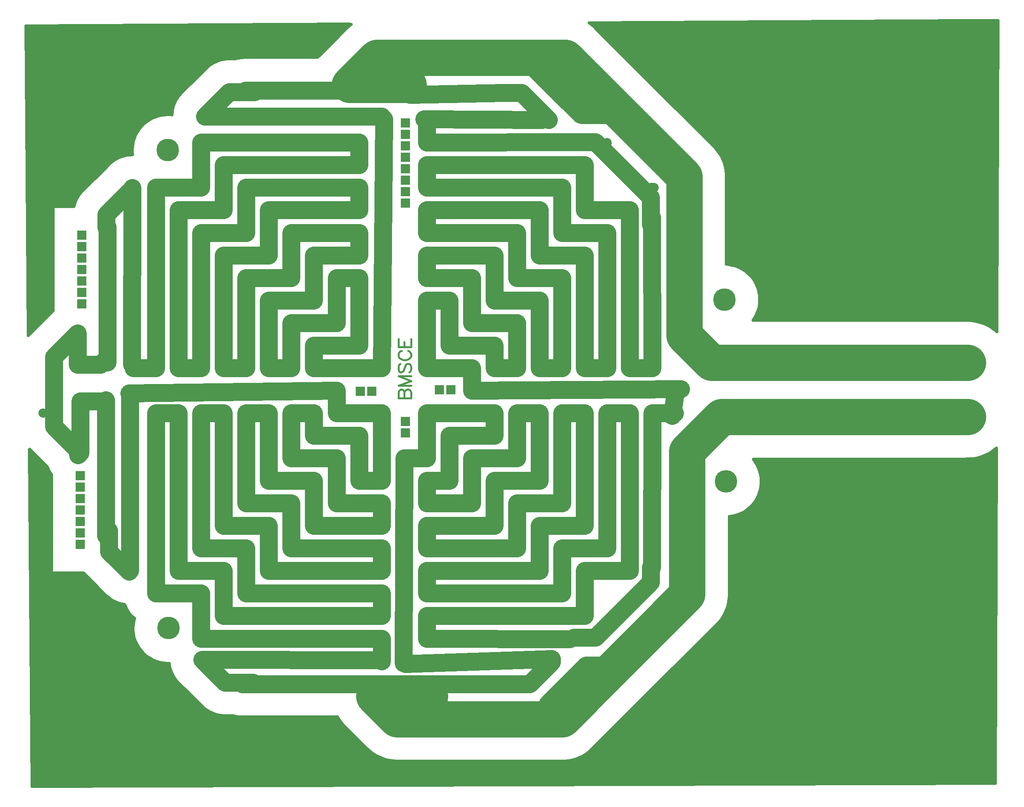
<source format=gbr>
G04 DipTrace 2.4.0.2*
%INnewtoplong.gbr*%
%MOIN*%
%ADD13C,0.0394*%
%ADD14C,0.1575*%
%ADD15C,0.315*%
%ADD16C,0.1969*%
%ADD17C,0.025*%
%ADD18C,0.0787*%
%ADD19R,0.0787X0.0787*%
%ADD20R,0.0591X0.0591*%
%ADD21C,0.0591*%
%ADD34C,0.017*%
%FSLAX44Y44*%
G04*
G70*
G90*
G75*
G01*
%LNTop*%
%LPD*%
X19314Y15126D2*
D13*
X19501D1*
D14*
X21501Y13125D1*
X23939D1*
D13*
X24595Y12469D1*
X24689Y12563D1*
X19751Y62568D2*
D14*
X21876Y64693D1*
X24064D1*
X23939Y64818D1*
X39378Y11938D2*
D15*
X34503D1*
X36503Y9938D1*
X50942D1*
X61818Y20814D1*
Y33315D1*
X64818Y36315D1*
X86321D1*
X37503Y65318D2*
X32377D1*
X34753Y67694D1*
X51192D1*
X61568Y57318D1*
Y43441D1*
X63943Y41066D1*
X86321D1*
X60505Y36440D2*
D14*
X60818Y38566D1*
X53130Y60318D2*
X53817D1*
X58630Y55505D1*
Y53130D1*
X58755Y53255D1*
X51942Y17063D2*
X53817D1*
X58630Y21876D1*
Y23189D1*
X58755Y23314D1*
Y24939D1*
X46066Y13000D2*
X48067D1*
X50004Y14938D1*
X11125Y52880D2*
Y54005D1*
X13125Y56005D1*
X13250D1*
X11375Y26377D2*
Y24564D1*
X13125Y22814D1*
X45879Y64631D2*
X47379D1*
X49754Y62256D1*
X49629Y11250D2*
X53005Y14626D1*
X54505D1*
X48754Y66756D2*
D16*
X52630Y62881D1*
X55067D1*
X11063Y37691D2*
D14*
X8875D1*
Y33190D1*
X8688Y33003D1*
X11063Y41316D2*
X10625Y40878D1*
X8625D1*
Y43629D1*
X6562Y41566D1*
Y35503D1*
X8875Y33190D1*
X53343Y70695D2*
D17*
X88918D1*
X4456Y70447D2*
X32289D1*
X53655D2*
X88918D1*
X4151Y70198D2*
X32031D1*
X53913D2*
X88918D1*
X4155Y69949D2*
X31781D1*
X54163D2*
X88918D1*
X4155Y69701D2*
X31531D1*
X54413D2*
X88914D1*
X4159Y69452D2*
X31285D1*
X54659D2*
X88914D1*
X4159Y69203D2*
X31035D1*
X54909D2*
X88914D1*
X4163Y68955D2*
X30785D1*
X55159D2*
X88914D1*
X4163Y68706D2*
X30539D1*
X55405D2*
X88914D1*
X4167Y68457D2*
X30289D1*
X55655D2*
X88910D1*
X4171Y68208D2*
X30039D1*
X55905D2*
X88910D1*
X4171Y67960D2*
X29793D1*
X56151D2*
X88910D1*
X4175Y67711D2*
X29558D1*
X56401D2*
X88910D1*
X4175Y67462D2*
X21019D1*
X56651D2*
X88906D1*
X4179Y67214D2*
X20437D1*
X56898D2*
X88906D1*
X4179Y66965D2*
X20062D1*
X57148D2*
X88906D1*
X4183Y66716D2*
X19785D1*
X57398D2*
X88906D1*
X4183Y66468D2*
X19539D1*
X57644D2*
X88902D1*
X4187Y66219D2*
X19289D1*
X57894D2*
X88902D1*
X4187Y65970D2*
X19039D1*
X58144D2*
X88902D1*
X4191Y65722D2*
X18793D1*
X58390D2*
X88902D1*
X4191Y65473D2*
X18543D1*
X58640D2*
X88898D1*
X4194Y65224D2*
X18293D1*
X58890D2*
X88898D1*
X4198Y64976D2*
X18047D1*
X59136D2*
X88898D1*
X4198Y64727D2*
X17797D1*
X59386D2*
X88898D1*
X4202Y64478D2*
X17555D1*
X59636D2*
X88894D1*
X4202Y64229D2*
X17359D1*
X59882D2*
X88894D1*
X4206Y63981D2*
X17203D1*
X60132D2*
X88894D1*
X4206Y63732D2*
X17082D1*
X60382D2*
X88894D1*
X4210Y63483D2*
X16984D1*
X60628D2*
X88894D1*
X4210Y63235D2*
X16914D1*
X60878D2*
X88891D1*
X4214Y62986D2*
X16867D1*
X61128D2*
X88891D1*
X4214Y62737D2*
X16840D1*
X61374D2*
X88891D1*
X4218Y62489D2*
X15308D1*
X61624D2*
X88891D1*
X4218Y62240D2*
X14824D1*
X61874D2*
X88887D1*
X4222Y61991D2*
X14484D1*
X62120D2*
X88887D1*
X4226Y61743D2*
X14223D1*
X62370D2*
X88887D1*
X4226Y61494D2*
X14016D1*
X62620D2*
X88887D1*
X4230Y61245D2*
X13844D1*
X62866D2*
X88883D1*
X4230Y60997D2*
X13707D1*
X63116D2*
X88883D1*
X4233Y60748D2*
X13598D1*
X63366D2*
X88883D1*
X4233Y60499D2*
X13512D1*
X63612D2*
X88883D1*
X4237Y60250D2*
X13453D1*
X63862D2*
X88879D1*
X4237Y60002D2*
X13410D1*
X64112D2*
X88879D1*
X4241Y59753D2*
X13391D1*
X64351D2*
X88879D1*
X4241Y59504D2*
X13391D1*
X64550D2*
X88879D1*
X4245Y59256D2*
X13410D1*
X64718D2*
X88875D1*
X4245Y59007D2*
X12312D1*
X64858D2*
X88875D1*
X4249Y58758D2*
X11828D1*
X64976D2*
X88875D1*
X4249Y58510D2*
X11492D1*
X65073D2*
X88875D1*
X4253Y58261D2*
X11238D1*
X65148D2*
X88875D1*
X4257Y58012D2*
X11019D1*
X65206D2*
X88871D1*
X4257Y57764D2*
X10769D1*
X65245D2*
X88871D1*
X4261Y57515D2*
X10523D1*
X65265D2*
X88871D1*
X4261Y57266D2*
X10273D1*
X65273D2*
X88871D1*
X4265Y57018D2*
X10023D1*
X65273D2*
X88867D1*
X4265Y56769D2*
X9777D1*
X65273D2*
X88867D1*
X4269Y56520D2*
X9527D1*
X65273D2*
X88867D1*
X4269Y56271D2*
X9277D1*
X65273D2*
X88867D1*
X4273Y56023D2*
X9031D1*
X65273D2*
X88863D1*
X4273Y55774D2*
X8812D1*
X65273D2*
X88863D1*
X4276Y55525D2*
X8641D1*
X65273D2*
X88863D1*
X4276Y55277D2*
X8504D1*
X65273D2*
X88863D1*
X4280Y55028D2*
X8398D1*
X65273D2*
X88859D1*
X4284Y54779D2*
X8316D1*
X65273D2*
X88859D1*
X4284Y54531D2*
X6476D1*
X65273D2*
X88859D1*
X4288Y54282D2*
X6476D1*
X65273D2*
X88859D1*
X4288Y54033D2*
X6476D1*
X65273D2*
X88855D1*
X4292Y53785D2*
X6476D1*
X65273D2*
X88855D1*
X4292Y53536D2*
X6476D1*
X65273D2*
X88855D1*
X4296Y53287D2*
X6476D1*
X65273D2*
X88855D1*
X4296Y53039D2*
X6476D1*
X65273D2*
X88855D1*
X4300Y52790D2*
X6476D1*
X65273D2*
X88851D1*
X4300Y52541D2*
X6476D1*
X65273D2*
X88851D1*
X4304Y52292D2*
X6476D1*
X65273D2*
X88851D1*
X4304Y52044D2*
X6476D1*
X65273D2*
X88851D1*
X4308Y51795D2*
X6476D1*
X65273D2*
X88848D1*
X4312Y51546D2*
X6476D1*
X65273D2*
X88848D1*
X4312Y51298D2*
X6476D1*
X65273D2*
X88848D1*
X4316Y51049D2*
X6476D1*
X65273D2*
X88848D1*
X4316Y50800D2*
X6476D1*
X65273D2*
X88844D1*
X4319Y50552D2*
X6476D1*
X65273D2*
X88844D1*
X4319Y50303D2*
X6476D1*
X65273D2*
X88844D1*
X4323Y50054D2*
X6476D1*
X65273D2*
X88844D1*
X4323Y49806D2*
X6476D1*
X65273D2*
X88840D1*
X4327Y49557D2*
X6476D1*
X65862D2*
X88840D1*
X4327Y49308D2*
X6476D1*
X66515D2*
X88840D1*
X4331Y49060D2*
X6476D1*
X66913D2*
X88840D1*
X4331Y48811D2*
X6476D1*
X67214D2*
X88836D1*
X4335Y48562D2*
X6476D1*
X67448D2*
X88836D1*
X4335Y48313D2*
X6476D1*
X67640D2*
X88836D1*
X4339Y48065D2*
X6476D1*
X67792D2*
X88836D1*
X4343Y47816D2*
X6476D1*
X67917D2*
X88836D1*
X4343Y47567D2*
X6476D1*
X68015D2*
X88832D1*
X4347Y47319D2*
X6476D1*
X68089D2*
X88832D1*
X4347Y47070D2*
X6476D1*
X68140D2*
X88832D1*
X4351Y46821D2*
X6476D1*
X68171D2*
X88832D1*
X4351Y46573D2*
X6476D1*
X68183D2*
X88828D1*
X4355Y46324D2*
X6476D1*
X68171D2*
X88828D1*
X4355Y46075D2*
X6476D1*
X68144D2*
X88828D1*
X4358Y45827D2*
X6476D1*
X68093D2*
X88828D1*
X4358Y45578D2*
X6461D1*
X68019D2*
X88824D1*
X4362Y45329D2*
X6211D1*
X67921D2*
X88824D1*
X4362Y45081D2*
X5965D1*
X67800D2*
X88824D1*
X4366Y44832D2*
X5715D1*
X67648D2*
X88824D1*
X4370Y44583D2*
X5465D1*
X87421D2*
X88820D1*
X4370Y44334D2*
X5219D1*
X88034D2*
X88820D1*
X4374Y44086D2*
X4969D1*
X88444D2*
X88820D1*
X4374Y43837D2*
X4719D1*
X4378Y43588D2*
X4472D1*
X4464Y33392D2*
X4562D1*
X88577D2*
X88781D1*
X4464Y33144D2*
X4808D1*
X88206D2*
X88777D1*
X4468Y32895D2*
X5058D1*
X87698D2*
X88777D1*
X4468Y32646D2*
X5305D1*
X86601D2*
X88777D1*
X4472Y32397D2*
X5555D1*
X67792D2*
X88777D1*
X4472Y32149D2*
X5805D1*
X67941D2*
X88777D1*
X4476Y31900D2*
X5992D1*
X68058D2*
X88773D1*
X4476Y31651D2*
X6105D1*
X68151D2*
X88773D1*
X4480Y31403D2*
X6254D1*
X68222D2*
X88773D1*
X4480Y31154D2*
X6351D1*
X68273D2*
X88773D1*
X4483Y30905D2*
X6351D1*
X68300D2*
X88769D1*
X4487Y30657D2*
X6351D1*
X68308D2*
X88769D1*
X4487Y30408D2*
X6351D1*
X68292D2*
X88769D1*
X4491Y30159D2*
X6351D1*
X68261D2*
X88769D1*
X4491Y29911D2*
X6351D1*
X68206D2*
X88766D1*
X4495Y29662D2*
X6351D1*
X68128D2*
X88766D1*
X4495Y29413D2*
X6351D1*
X68030D2*
X88766D1*
X4499Y29165D2*
X6351D1*
X67901D2*
X88766D1*
X4499Y28916D2*
X6351D1*
X67745D2*
X88762D1*
X4503Y28667D2*
X6351D1*
X67550D2*
X88762D1*
X4503Y28418D2*
X6351D1*
X67312D2*
X88762D1*
X4507Y28170D2*
X6351D1*
X67003D2*
X88762D1*
X4507Y27921D2*
X6351D1*
X66585D2*
X88758D1*
X4511Y27672D2*
X6351D1*
X65874D2*
X88758D1*
X4515Y27424D2*
X6351D1*
X65523D2*
X88758D1*
X4515Y27175D2*
X6351D1*
X65523D2*
X88758D1*
X4519Y26926D2*
X6351D1*
X65523D2*
X88758D1*
X4519Y26678D2*
X6351D1*
X65523D2*
X88754D1*
X4523Y26429D2*
X6351D1*
X65523D2*
X88754D1*
X4523Y26180D2*
X6351D1*
X65523D2*
X88754D1*
X4526Y25932D2*
X6351D1*
X65523D2*
X88754D1*
X4526Y25683D2*
X6351D1*
X65523D2*
X88750D1*
X4530Y25434D2*
X6351D1*
X65523D2*
X88750D1*
X4530Y25186D2*
X6351D1*
X65523D2*
X88750D1*
X4534Y24937D2*
X6351D1*
X65523D2*
X88750D1*
X4534Y24688D2*
X6351D1*
X65523D2*
X88746D1*
X4538Y24439D2*
X6351D1*
X65523D2*
X88746D1*
X4542Y24191D2*
X6351D1*
X65523D2*
X88746D1*
X4542Y23942D2*
X6351D1*
X65523D2*
X88746D1*
X4546Y23693D2*
X6351D1*
X65523D2*
X88742D1*
X4546Y23445D2*
X6351D1*
X65523D2*
X88742D1*
X4550Y23196D2*
X6351D1*
X65523D2*
X88742D1*
X4550Y22947D2*
X6351D1*
X65523D2*
X88742D1*
X4554Y22699D2*
X6351D1*
X65523D2*
X88738D1*
X4554Y22450D2*
X9375D1*
X65523D2*
X88738D1*
X4558Y22201D2*
X9625D1*
X65523D2*
X88738D1*
X4558Y21953D2*
X9875D1*
X65523D2*
X88738D1*
X4562Y21704D2*
X10121D1*
X65523D2*
X88738D1*
X4562Y21455D2*
X10371D1*
X65523D2*
X88734D1*
X4566Y21207D2*
X10621D1*
X65523D2*
X88734D1*
X4566Y20958D2*
X10867D1*
X65523D2*
X88734D1*
X4569Y20709D2*
X11117D1*
X65519D2*
X88734D1*
X4573Y20460D2*
X11422D1*
X65503D2*
X88730D1*
X4573Y20212D2*
X11840D1*
X65472D2*
X88730D1*
X4577Y19963D2*
X12621D1*
X65421D2*
X88730D1*
X4577Y19714D2*
X12816D1*
X65355D2*
X88730D1*
X4581Y19466D2*
X12945D1*
X65265D2*
X88726D1*
X4581Y19217D2*
X13109D1*
X65155D2*
X88726D1*
X4585Y18968D2*
X13308D1*
X65026D2*
X88726D1*
X4585Y18720D2*
X13566D1*
X64866D2*
X88726D1*
X4589Y18471D2*
X13508D1*
X64679D2*
X88723D1*
X4589Y18222D2*
X13469D1*
X64452D2*
X88723D1*
X4593Y17974D2*
X13453D1*
X64206D2*
X88723D1*
X4593Y17725D2*
X13453D1*
X63956D2*
X88723D1*
X4597Y17476D2*
X13476D1*
X63706D2*
X88719D1*
X4601Y17228D2*
X13519D1*
X63460D2*
X88719D1*
X4601Y16979D2*
X13586D1*
X63210D2*
X88719D1*
X4605Y16730D2*
X13672D1*
X62960D2*
X88719D1*
X4605Y16481D2*
X13785D1*
X62714D2*
X88719D1*
X4608Y16233D2*
X13926D1*
X62464D2*
X88715D1*
X4608Y15984D2*
X14098D1*
X62214D2*
X88715D1*
X4612Y15735D2*
X14312D1*
X61968D2*
X88715D1*
X4612Y15487D2*
X14582D1*
X61718D2*
X88715D1*
X4616Y15238D2*
X14933D1*
X61468D2*
X88711D1*
X4616Y14989D2*
X15441D1*
X61222D2*
X88711D1*
X4620Y14741D2*
X16609D1*
X60972D2*
X88711D1*
X4620Y14492D2*
X16656D1*
X60722D2*
X88711D1*
X4624Y14243D2*
X16723D1*
X60476D2*
X88707D1*
X4628Y13995D2*
X16816D1*
X60226D2*
X88707D1*
X4628Y13746D2*
X16937D1*
X59976D2*
X88707D1*
X4632Y13497D2*
X17086D1*
X59730D2*
X88707D1*
X4632Y13249D2*
X17277D1*
X59480D2*
X88703D1*
X4636Y13000D2*
X17516D1*
X59230D2*
X88703D1*
X4636Y12751D2*
X17762D1*
X58983D2*
X88703D1*
X4640Y12502D2*
X18012D1*
X58733D2*
X88703D1*
X4640Y12254D2*
X18262D1*
X58483D2*
X88699D1*
X4644Y12005D2*
X18508D1*
X58237D2*
X88699D1*
X4644Y11756D2*
X18758D1*
X57987D2*
X88699D1*
X4648Y11508D2*
X19008D1*
X57737D2*
X88699D1*
X4648Y11259D2*
X19254D1*
X57491D2*
X88699D1*
X4651Y11010D2*
X19508D1*
X57241D2*
X88695D1*
X4651Y10762D2*
X19812D1*
X56991D2*
X88695D1*
X4655Y10513D2*
X20238D1*
X56745D2*
X88695D1*
X4659Y10264D2*
X21062D1*
X56495D2*
X88695D1*
X4659Y10016D2*
X31344D1*
X56245D2*
X88691D1*
X4663Y9767D2*
X31508D1*
X55999D2*
X88691D1*
X4663Y9518D2*
X31707D1*
X55749D2*
X88691D1*
X4667Y9270D2*
X31945D1*
X55499D2*
X88691D1*
X4667Y9021D2*
X32191D1*
X55253D2*
X88687D1*
X4671Y8772D2*
X32441D1*
X55003D2*
X88687D1*
X4671Y8523D2*
X32691D1*
X54753D2*
X88687D1*
X4675Y8275D2*
X32937D1*
X54507D2*
X88687D1*
X4675Y8026D2*
X33187D1*
X54257D2*
X88683D1*
X4679Y7777D2*
X33437D1*
X54007D2*
X88683D1*
X4679Y7529D2*
X33683D1*
X53761D2*
X88683D1*
X4683Y7280D2*
X33933D1*
X53511D2*
X88683D1*
X4687Y7031D2*
X34223D1*
X53222D2*
X88683D1*
X4687Y6783D2*
X34586D1*
X52858D2*
X88680D1*
X4691Y6534D2*
X35082D1*
X52362D2*
X88680D1*
X4691Y6285D2*
X36043D1*
X51401D2*
X88680D1*
X4694Y6037D2*
X88680D1*
X4694Y5788D2*
X88676D1*
X4698Y5539D2*
X88676D1*
X4698Y5291D2*
X88676D1*
X4702Y5042D2*
X88676D1*
X4702Y4793D2*
X88672D1*
X4706Y4544D2*
X88672D1*
X4706Y4296D2*
X83312D1*
X13442Y59209D2*
X13420Y59430D1*
X13413Y59680D1*
X13428Y59929D1*
X13462Y60177D1*
X13516Y60421D1*
X13590Y60660D1*
X13683Y60892D1*
X13794Y61116D1*
X13923Y61330D1*
X14069Y61533D1*
X14230Y61723D1*
X14407Y61900D1*
X14598Y62062D1*
X14800Y62208D1*
X15014Y62337D1*
X15238Y62448D1*
X15470Y62541D1*
X15709Y62615D1*
X15953Y62669D1*
X16201Y62703D1*
X16450Y62718D1*
X16700Y62712D1*
X16859Y62697D1*
X16893Y63005D1*
X16942Y63250D1*
X17011Y63490D1*
X17101Y63723D1*
X17211Y63948D1*
X17339Y64162D1*
X17486Y64365D1*
X17707Y64612D1*
X19922Y66824D1*
X20114Y66985D1*
X20318Y67128D1*
X20534Y67254D1*
X20761Y67360D1*
X20995Y67447D1*
X21236Y67513D1*
X21482Y67557D1*
X21731Y67581D1*
X22412Y67584D1*
X22679Y67653D1*
X22926Y67692D1*
X23257Y67711D1*
X29581D1*
X29865Y68008D1*
X32242Y70382D1*
X32398Y70519D1*
X32504Y70605D1*
X32323Y70610D1*
X4124Y70445D1*
X4197Y61945D1*
X4353Y43434D1*
X4606Y43699D1*
X6504Y45596D1*
X6503Y49689D1*
Y54689D1*
X8319D1*
X8366Y54866D1*
X8451Y55102D1*
X8555Y55329D1*
X8679Y55546D1*
X8821Y55751D1*
X8981Y55944D1*
X9611Y56579D1*
X11103Y58070D1*
X11263Y58263D1*
X11439Y58440D1*
X11630Y58602D1*
X11833Y58747D1*
X12049Y58874D1*
X12274Y58981D1*
X12508Y59069D1*
X12749Y59136D1*
X12995Y59182D1*
X13243Y59207D1*
X13443Y59210D1*
X16628Y14789D2*
X16414Y14792D1*
X16165Y14814D1*
X15918Y14856D1*
X15676Y14918D1*
X15440Y15000D1*
X15211Y15100D1*
X14991Y15219D1*
X14781Y15354D1*
X14583Y15507D1*
X14398Y15675D1*
X14227Y15857D1*
X14071Y16053D1*
X13932Y16260D1*
X13810Y16478D1*
X13706Y16706D1*
X13621Y16940D1*
X13555Y17181D1*
X13508Y17427D1*
X13482Y17676D1*
X13476Y17925D1*
X13490Y18175D1*
X13524Y18423D1*
X13593Y18715D1*
X13386Y18913D1*
X13221Y19101D1*
X13073Y19302D1*
X12943Y19515D1*
X12832Y19739D1*
X12768Y19897D1*
X12689Y19956D1*
X12443Y20005D1*
X12203Y20074D1*
X11970Y20164D1*
X11746Y20274D1*
X11531Y20402D1*
X11329Y20549D1*
X11081Y20770D1*
X9200Y22660D1*
X9122Y22692D1*
X6378D1*
X6382Y27686D1*
X6378Y27942D1*
X6382Y28686D1*
X6378Y28942D1*
Y31266D1*
X6275Y31410D1*
X6146Y31624D1*
X6037Y31849D1*
X5977Y31998D1*
X4471Y33507D1*
X4437Y33446D1*
X4687Y4062D1*
X88696Y4313D1*
X88806Y33605D1*
X88578Y33411D1*
X88376Y33265D1*
X88164Y33132D1*
X87944Y33014D1*
X87716Y32912D1*
X87481Y32825D1*
X87241Y32754D1*
X86998Y32700D1*
X86750Y32662D1*
X86501Y32642D1*
X85821Y32637D1*
X67590D1*
X67784Y32369D1*
X67912Y32154D1*
X68021Y31930D1*
X68112Y31697D1*
X68184Y31458D1*
X68237Y31213D1*
X68269Y30965D1*
X68281Y30690D1*
X68271Y30440D1*
X68241Y30192D1*
X68191Y29947D1*
X68121Y29707D1*
X68032Y29474D1*
X67924Y29248D1*
X67798Y29032D1*
X67656Y28827D1*
X67497Y28634D1*
X67323Y28454D1*
X67135Y28289D1*
X66935Y28140D1*
X66723Y28008D1*
X66501Y27893D1*
X66271Y27796D1*
X66033Y27718D1*
X65790Y27660D1*
X65500Y27618D1*
X65496Y27065D1*
X65494Y20689D1*
X65477Y20439D1*
X65443Y20192D1*
X65393Y19947D1*
X65326Y19706D1*
X65242Y19471D1*
X65143Y19241D1*
X65029Y19019D1*
X64899Y18805D1*
X64756Y18600D1*
X64599Y18406D1*
X64331Y18124D1*
X53453Y7250D1*
X53265Y7085D1*
X53066Y6934D1*
X52857Y6797D1*
X52639Y6674D1*
X52413Y6567D1*
X52181Y6474D1*
X51943Y6398D1*
X51700Y6338D1*
X51454Y6295D1*
X51206Y6269D1*
X50817Y6259D1*
X36378Y6261D1*
X36129Y6278D1*
X35881Y6312D1*
X35636Y6363D1*
X35395Y6430D1*
X35160Y6513D1*
X34930Y6612D1*
X34708Y6727D1*
X34494Y6856D1*
X34290Y7000D1*
X34095Y7157D1*
X33814Y7425D1*
X31815Y9427D1*
X31651Y9615D1*
X31499Y9814D1*
X31306Y10111D1*
X22882Y10114D1*
X22633Y10136D1*
X22387Y10179D1*
X22172Y10235D1*
X21376Y10237D1*
X21127Y10259D1*
X20881Y10302D1*
X20640Y10366D1*
X20405Y10451D1*
X20178Y10555D1*
X19961Y10679D1*
X19755Y10822D1*
X19563Y10981D1*
X18927Y11612D1*
X17371Y13172D1*
X17210Y13363D1*
X17066Y13568D1*
X16941Y13784D1*
X16834Y14010D1*
X16748Y14244D1*
X16682Y14486D1*
X16639Y14720D1*
X68154Y46442D2*
X68133Y46192D1*
X68093Y45946D1*
X68033Y45703D1*
X67953Y45466D1*
X67855Y45236D1*
X67738Y45015D1*
X67561Y44745D1*
X86446Y44742D1*
X86695Y44725D1*
X86943Y44691D1*
X87187Y44641D1*
X87428Y44574D1*
X87664Y44490D1*
X87893Y44391D1*
X88116Y44277D1*
X88329Y44147D1*
X88534Y44004D1*
X88728Y43847D1*
X88841Y43744D1*
X88849Y45187D1*
X88945Y70941D1*
X86447Y70929D1*
X53270Y70729D1*
X53471Y70581D1*
X53662Y70419D1*
X54146Y69941D1*
X64256Y59829D1*
X64420Y59640D1*
X64571Y59441D1*
X64709Y59232D1*
X64831Y59015D1*
X64939Y58789D1*
X65031Y58557D1*
X65108Y58319D1*
X65167Y58076D1*
X65211Y57830D1*
X65237Y57581D1*
X65246Y57193D1*
Y49650D1*
X65516Y49622D1*
X65762Y49575D1*
X66003Y49509D1*
X66238Y49424D1*
X66465Y49320D1*
X66683Y49198D1*
X66891Y49059D1*
X67086Y48904D1*
X67269Y48733D1*
X67437Y48548D1*
X67589Y48350D1*
X67725Y48140D1*
X67844Y47920D1*
X67944Y47691D1*
X68026Y47455D1*
X68088Y47213D1*
X68130Y46966D1*
X68152Y46717D1*
X68154Y46442D1*
D16*
X16501Y59630D3*
X16563Y17876D3*
X65193Y30690D3*
X65068Y46566D3*
D19*
X37253Y55005D3*
Y56005D3*
Y57005D3*
Y58005D3*
Y59005D3*
Y60005D3*
Y61005D3*
Y62005D3*
X9000Y46191D3*
Y47191D3*
Y48191D3*
Y49191D3*
Y50191D3*
Y51191D3*
Y52191D3*
X8875Y25189D3*
Y26189D3*
Y27189D3*
Y28189D3*
Y29189D3*
Y30189D3*
Y31189D3*
D20*
Y25189D3*
D21*
Y26189D3*
Y27189D3*
Y28189D3*
Y29189D3*
Y30189D3*
Y31189D3*
D19*
X33315Y38566D3*
X34315D3*
X40191Y38691D3*
X41191D3*
X37253Y34940D3*
Y35940D3*
Y14751D2*
D14*
X50004Y15188D1*
X19501Y15126D2*
X34909Y15099D1*
X23007Y13002D2*
X34818D1*
X34446D2*
X46257D1*
X19751Y62568D2*
X35159Y62542D1*
X38878Y62318D2*
X49129Y62256D1*
X37633Y64445D2*
X45879Y64631D1*
X23257Y64820D2*
X35068D1*
X13493Y40597D2*
D18*
G02X13493Y40597I13J0D01*
G01*
X15474D2*
D14*
X13506D1*
X13493D2*
D18*
G02X13493Y40597I13J0D01*
G01*
X15461D2*
G02X15461Y40597I13J0D01*
G01*
X15474Y56345D2*
D14*
Y40597D1*
X15461D2*
D18*
G02X15461Y40597I13J0D01*
G01*
Y56345D2*
G02X15461Y56345I13J0D01*
G01*
X19411D2*
D14*
X15474D1*
X15461D2*
D18*
G02X15461Y56345I13J0D01*
G01*
X19398D2*
G02X19398Y56345I13J0D01*
G01*
X19411Y60282D2*
D14*
Y56345D1*
X19398D2*
D18*
G02X19398Y56345I13J0D01*
G01*
Y60282D2*
G02X19398Y60282I13J0D01*
G01*
X33191D2*
D14*
X19411D1*
X19398D2*
D18*
G02X19398Y60282I13J0D01*
G01*
X33178D2*
G02X33178Y60282I13J0D01*
G01*
X33191Y58313D2*
D14*
Y60282D1*
X33178D2*
D18*
G02X33178Y60282I13J0D01*
G01*
Y58313D2*
G02X33178Y58313I13J0D01*
G01*
X21380D2*
D14*
X33191D1*
X33178D2*
D18*
G02X33178Y58313I13J0D01*
G01*
X21367D2*
G02X21367Y58313I13J0D01*
G01*
X21380Y54376D2*
D14*
Y58313D1*
X21367D2*
D18*
G02X21367Y58313I13J0D01*
G01*
Y54376D2*
G02X21367Y54376I13J0D01*
G01*
X17443D2*
D14*
X21380D1*
X21367D2*
D18*
G02X21367Y54376I13J0D01*
G01*
X17430D2*
G02X17430Y54376I13J0D01*
G01*
X17443Y40597D2*
D14*
Y54376D1*
X17430D2*
D18*
G02X17430Y54376I13J0D01*
G01*
Y40597D2*
G02X17430Y40597I13J0D01*
G01*
X19411D2*
D14*
X17443D1*
X17430D2*
D18*
G02X17430Y40597I13J0D01*
G01*
X19398D2*
G02X19398Y40597I13J0D01*
G01*
X19411Y52408D2*
D14*
Y40597D1*
X19398D2*
D18*
G02X19398Y40597I13J0D01*
G01*
Y52408D2*
G02X19398Y52408I13J0D01*
G01*
X23348D2*
D14*
X19411D1*
X19398D2*
D18*
G02X19398Y52408I13J0D01*
G01*
X23335D2*
G02X23335Y52408I13J0D01*
G01*
X23348Y56345D2*
D14*
Y52408D1*
X23335D2*
D18*
G02X23335Y52408I13J0D01*
G01*
Y56345D2*
G02X23335Y56345I13J0D01*
G01*
X33191D2*
D14*
X23348D1*
X23335D2*
D18*
G02X23335Y56345I13J0D01*
G01*
X33178D2*
G02X33178Y56345I13J0D01*
G01*
X33191Y54376D2*
D14*
Y56345D1*
X33178D2*
D18*
G02X33178Y56345I13J0D01*
G01*
Y54376D2*
G02X33178Y54376I13J0D01*
G01*
X25317D2*
D14*
X33191D1*
X33178D2*
D18*
G02X33178Y54376I13J0D01*
G01*
X25304D2*
G02X25304Y54376I13J0D01*
G01*
X25317Y50439D2*
D14*
Y54376D1*
X25304D2*
D18*
G02X25304Y54376I13J0D01*
G01*
Y50439D2*
G02X25304Y50439I13J0D01*
G01*
X21380D2*
D14*
X25317D1*
X25304D2*
D18*
G02X25304Y50439I13J0D01*
G01*
X21367D2*
G02X21367Y50439I13J0D01*
G01*
X21380Y40597D2*
D14*
Y50439D1*
X21367D2*
D18*
G02X21367Y50439I13J0D01*
G01*
Y40597D2*
G02X21367Y40597I13J0D01*
G01*
X23348D2*
D14*
X21380D1*
X21367D2*
D18*
G02X21367Y40597I13J0D01*
G01*
X23335D2*
G02X23335Y40597I13J0D01*
G01*
X23348Y48471D2*
D14*
Y40597D1*
X23335D2*
D18*
G02X23335Y40597I13J0D01*
G01*
Y48471D2*
G02X23335Y48471I13J0D01*
G01*
X27285D2*
D14*
X23348D1*
X23335D2*
D18*
G02X23335Y48471I13J0D01*
G01*
X27272D2*
G02X27272Y48471I13J0D01*
G01*
X27285Y52408D2*
D14*
Y48471D1*
X27272D2*
D18*
G02X27272Y48471I13J0D01*
G01*
Y52408D2*
G02X27272Y52408I13J0D01*
G01*
X33191D2*
D14*
X27285D1*
X27272D2*
D18*
G02X27272Y52408I13J0D01*
G01*
X33178D2*
G02X33178Y52408I13J0D01*
G01*
X33191Y50439D2*
D14*
Y52408D1*
X33178D2*
D18*
G02X33178Y52408I13J0D01*
G01*
Y50439D2*
G02X33178Y50439I13J0D01*
G01*
X29254D2*
D14*
X33191D1*
X33178D2*
D18*
G02X33178Y50439I13J0D01*
G01*
X29241D2*
G02X29241Y50439I13J0D01*
G01*
X29254Y46502D2*
D14*
Y50439D1*
X29241D2*
D18*
G02X29241Y50439I13J0D01*
G01*
Y46502D2*
G02X29241Y46502I13J0D01*
G01*
X25317D2*
D14*
X29254D1*
X29241D2*
D18*
G02X29241Y46502I13J0D01*
G01*
X25304D2*
G02X25304Y46502I13J0D01*
G01*
X25317Y40597D2*
D14*
Y46502D1*
X25304D2*
D18*
G02X25304Y46502I13J0D01*
G01*
Y40597D2*
G02X25304Y40597I13J0D01*
G01*
X27285D2*
D14*
X25317D1*
X25304D2*
D18*
G02X25304Y40597I13J0D01*
G01*
X27272D2*
G02X27272Y40597I13J0D01*
G01*
X27285Y44534D2*
D14*
Y40597D1*
X27272D2*
D18*
G02X27272Y40597I13J0D01*
G01*
Y44534D2*
G02X27272Y44534I13J0D01*
G01*
X31222D2*
D14*
X27285D1*
X27272D2*
D18*
G02X27272Y44534I13J0D01*
G01*
X31209D2*
G02X31209Y44534I13J0D01*
G01*
X31222Y48471D2*
D14*
Y44534D1*
X31209D2*
D18*
G02X31209Y44534I13J0D01*
G01*
Y48471D2*
G02X31209Y48471I13J0D01*
G01*
X33191D2*
D14*
X31222D1*
X31209D2*
D18*
G02X31209Y48471I13J0D01*
G01*
X33178D2*
G02X33178Y48471I13J0D01*
G01*
X33191Y42565D2*
D14*
Y48471D1*
X33178D2*
D18*
G02X33178Y48471I13J0D01*
G01*
Y42565D2*
G02X33178Y42565I13J0D01*
G01*
X29254D2*
D14*
X33191D1*
X33178D2*
D18*
G02X33178Y42565I13J0D01*
G01*
X29241D2*
G02X29241Y42565I13J0D01*
G01*
X29254Y40597D2*
D14*
Y42565D1*
X29241D2*
D18*
G02X29241Y42565I13J0D01*
G01*
Y40597D2*
G02X29241Y40597I13J0D01*
G01*
X35159D2*
D14*
X29254D1*
X29241D2*
D18*
G02X29241Y40597I13J0D01*
G01*
X35146D2*
G02X35146Y40597I13J0D01*
G01*
X35159D2*
D14*
X35378Y62318D1*
X35146Y40597D2*
D18*
G02X35146Y40597I13J0D01*
G01*
X5619Y36660D2*
G02X5619Y36660I13J0D01*
G01*
G02X5619Y36660I13J0D01*
G01*
X35146Y15006D2*
G02X35146Y15006I13J0D01*
G01*
X35159Y16975D2*
D14*
Y15006D1*
X35146D2*
D18*
G02X35146Y15006I13J0D01*
G01*
Y16975D2*
G02X35146Y16975I13J0D01*
G01*
X19411D2*
D14*
X35159D1*
X35146D2*
D18*
G02X35146Y16975I13J0D01*
G01*
X19398D2*
G02X19398Y16975I13J0D01*
G01*
X19411Y20912D2*
D14*
Y16975D1*
X19398D2*
D18*
G02X19398Y16975I13J0D01*
G01*
Y20912D2*
G02X19398Y20912I13J0D01*
G01*
X15474D2*
D14*
X19411D1*
X19398D2*
D18*
G02X19398Y20912I13J0D01*
G01*
X15461D2*
G02X15461Y20912I13J0D01*
G01*
X15474Y36660D2*
D14*
Y20912D1*
X15461D2*
D18*
G02X15461Y20912I13J0D01*
G01*
Y36660D2*
G02X15461Y36660I13J0D01*
G01*
X17443D2*
D14*
X15474D1*
X15461D2*
D18*
G02X15461Y36660I13J0D01*
G01*
X17430D2*
G02X17430Y36660I13J0D01*
G01*
X17443Y22880D2*
D14*
Y36660D1*
X17430D2*
D18*
G02X17430Y36660I13J0D01*
G01*
Y22880D2*
G02X17430Y22880I13J0D01*
G01*
X21380D2*
D14*
X17443D1*
X17430D2*
D18*
G02X17430Y22880I13J0D01*
G01*
X21367D2*
G02X21367Y22880I13J0D01*
G01*
X21380Y18943D2*
D14*
Y22880D1*
X21367D2*
D18*
G02X21367Y22880I13J0D01*
G01*
Y18943D2*
G02X21367Y18943I13J0D01*
G01*
X35159D2*
D14*
X21380D1*
X21367D2*
D18*
G02X21367Y18943I13J0D01*
G01*
X35146D2*
G02X35146Y18943I13J0D01*
G01*
X35159Y20912D2*
D14*
Y18943D1*
X35146D2*
D18*
G02X35146Y18943I13J0D01*
G01*
Y20912D2*
G02X35146Y20912I13J0D01*
G01*
X23348D2*
D14*
X35159D1*
X35146D2*
D18*
G02X35146Y20912I13J0D01*
G01*
X23335D2*
G02X23335Y20912I13J0D01*
G01*
X23348Y24849D2*
D14*
Y20912D1*
X23335D2*
D18*
G02X23335Y20912I13J0D01*
G01*
Y24849D2*
G02X23335Y24849I13J0D01*
G01*
X19411D2*
D14*
X23348D1*
X23335D2*
D18*
G02X23335Y24849I13J0D01*
G01*
X19398D2*
G02X19398Y24849I13J0D01*
G01*
X19411Y36660D2*
D14*
Y24849D1*
X19398D2*
D18*
G02X19398Y24849I13J0D01*
G01*
Y36660D2*
G02X19398Y36660I13J0D01*
G01*
X21380D2*
D14*
X19411D1*
X19398D2*
D18*
G02X19398Y36660I13J0D01*
G01*
X21367D2*
G02X21367Y36660I13J0D01*
G01*
X21380Y26817D2*
D14*
Y36660D1*
X21367D2*
D18*
G02X21367Y36660I13J0D01*
G01*
Y26817D2*
G02X21367Y26817I13J0D01*
G01*
X25317D2*
D14*
X21380D1*
X21367D2*
D18*
G02X21367Y26817I13J0D01*
G01*
X25304D2*
G02X25304Y26817I13J0D01*
G01*
X25317Y22880D2*
D14*
Y26817D1*
X25304D2*
D18*
G02X25304Y26817I13J0D01*
G01*
Y22880D2*
G02X25304Y22880I13J0D01*
G01*
X35159D2*
D14*
X25317D1*
X25304D2*
D18*
G02X25304Y22880I13J0D01*
G01*
X35146D2*
G02X35146Y22880I13J0D01*
G01*
X35159Y24849D2*
D14*
Y22880D1*
X35146D2*
D18*
G02X35146Y22880I13J0D01*
G01*
Y24849D2*
G02X35146Y24849I13J0D01*
G01*
X27285D2*
D14*
X35159D1*
X35146D2*
D18*
G02X35146Y24849I13J0D01*
G01*
X27272D2*
G02X27272Y24849I13J0D01*
G01*
X27285Y28786D2*
D14*
Y24849D1*
X27272D2*
D18*
G02X27272Y24849I13J0D01*
G01*
Y28786D2*
G02X27272Y28786I13J0D01*
G01*
X23348D2*
D14*
X27285D1*
X27272D2*
D18*
G02X27272Y28786I13J0D01*
G01*
X23335D2*
G02X23335Y28786I13J0D01*
G01*
X23348Y36660D2*
D14*
Y28786D1*
X23335D2*
D18*
G02X23335Y28786I13J0D01*
G01*
Y36660D2*
G02X23335Y36660I13J0D01*
G01*
X25317D2*
D14*
X23348D1*
X23335D2*
D18*
G02X23335Y36660I13J0D01*
G01*
X25304D2*
G02X25304Y36660I13J0D01*
G01*
X25317Y30754D2*
D14*
Y36660D1*
X25304D2*
D18*
G02X25304Y36660I13J0D01*
G01*
Y30754D2*
G02X25304Y30754I13J0D01*
G01*
X29254D2*
D14*
X25317D1*
X25304D2*
D18*
G02X25304Y30754I13J0D01*
G01*
X29241D2*
G02X29241Y30754I13J0D01*
G01*
X29254Y26817D2*
D14*
Y30754D1*
X29241D2*
D18*
G02X29241Y30754I13J0D01*
G01*
Y26817D2*
G02X29241Y26817I13J0D01*
G01*
X35159D2*
D14*
X29254D1*
X29241D2*
D18*
G02X29241Y26817I13J0D01*
G01*
X35146D2*
G02X35146Y26817I13J0D01*
G01*
X35159Y28786D2*
D14*
Y26817D1*
X35146D2*
D18*
G02X35146Y26817I13J0D01*
G01*
Y28786D2*
G02X35146Y28786I13J0D01*
G01*
X31222D2*
D14*
X35159D1*
X35146D2*
D18*
G02X35146Y28786I13J0D01*
G01*
X31209D2*
G02X31209Y28786I13J0D01*
G01*
X31222Y32723D2*
D14*
Y28786D1*
X31209D2*
D18*
G02X31209Y28786I13J0D01*
G01*
Y32723D2*
G02X31209Y32723I13J0D01*
G01*
X27285D2*
D14*
X31222D1*
X31209D2*
D18*
G02X31209Y32723I13J0D01*
G01*
X27272D2*
G02X27272Y32723I13J0D01*
G01*
X27285Y36660D2*
D14*
Y32723D1*
X27272D2*
D18*
G02X27272Y32723I13J0D01*
G01*
Y36660D2*
G02X27272Y36660I13J0D01*
G01*
X29254D2*
D14*
X27285D1*
X27272D2*
D18*
G02X27272Y36660I13J0D01*
G01*
X29241D2*
G02X29241Y36660I13J0D01*
G01*
X29254Y34691D2*
D14*
Y36660D1*
X29241D2*
D18*
G02X29241Y36660I13J0D01*
G01*
Y34691D2*
G02X29241Y34691I13J0D01*
G01*
X33191D2*
D14*
X29254D1*
X29241D2*
D18*
G02X29241Y34691I13J0D01*
G01*
X33178D2*
G02X33178Y34691I13J0D01*
G01*
X33191Y30754D2*
D14*
Y34691D1*
X33178D2*
D18*
G02X33178Y34691I13J0D01*
G01*
Y30754D2*
G02X33178Y30754I13J0D01*
G01*
X35159D2*
D14*
X33191D1*
X33178D2*
D18*
G02X33178Y30754I13J0D01*
G01*
X35146D2*
G02X35146Y30754I13J0D01*
G01*
X35159Y36660D2*
D14*
Y30754D1*
X35146D2*
D18*
G02X35146Y30754I13J0D01*
G01*
Y36660D2*
G02X35146Y36660I13J0D01*
G01*
X31222D2*
D14*
X35159D1*
X35146D2*
D18*
G02X35146Y36660I13J0D01*
G01*
X31209D2*
G02X31209Y36660I13J0D01*
G01*
X31222Y38628D2*
D14*
Y36660D1*
X31209D2*
D18*
G02X31209Y36660I13J0D01*
G01*
Y38628D2*
G02X31209Y38628I13J0D01*
G01*
X13125Y38378D2*
D14*
X31222Y38628D1*
X31209D2*
D18*
G02X31209Y38628I13J0D01*
G01*
X60737Y36660D2*
G02X60737Y36660I13J0D01*
G01*
X58782D2*
D14*
X60750D1*
X60737D2*
D18*
G02X60737Y36660I13J0D01*
G01*
X58768D2*
G02X58768Y36660I13J0D01*
G01*
X58755Y23189D2*
D14*
X58782Y36660D1*
X58768D2*
D18*
G02X58768Y36660I13J0D01*
G01*
X13378Y40912D2*
D14*
X13404Y56320D1*
X13191Y22910D2*
X13217Y38318D1*
X11223Y41100D2*
Y52911D1*
X39096Y16975D2*
X51567Y16938D1*
X39083Y16975D2*
D18*
G02X39083Y16975I13J0D01*
G01*
X39096Y18943D2*
D14*
Y16975D1*
X39083D2*
D18*
G02X39083Y16975I13J0D01*
G01*
Y18943D2*
G02X39083Y18943I13J0D01*
G01*
X52876D2*
D14*
X39096D1*
X39083D2*
D18*
G02X39083Y18943I13J0D01*
G01*
X52863D2*
G02X52863Y18943I13J0D01*
G01*
X52876Y22880D2*
D14*
Y18943D1*
X52863D2*
D18*
G02X52863Y18943I13J0D01*
G01*
Y22880D2*
G02X52863Y22880I13J0D01*
G01*
X56813D2*
D14*
X52876D1*
X52863D2*
D18*
G02X52863Y22880I13J0D01*
G01*
X56800D2*
G02X56800Y22880I13J0D01*
G01*
X56813Y36660D2*
D14*
Y22880D1*
X56800D2*
D18*
G02X56800Y22880I13J0D01*
G01*
Y36660D2*
G02X56800Y36660I13J0D01*
G01*
X54845D2*
D14*
X56813D1*
X56800D2*
D18*
G02X56800Y36660I13J0D01*
G01*
X54831D2*
G02X54831Y36660I13J0D01*
G01*
X54845Y24849D2*
D14*
Y36660D1*
X54831D2*
D18*
G02X54831Y36660I13J0D01*
G01*
Y24849D2*
G02X54831Y24849I13J0D01*
G01*
X50908D2*
D14*
X54845D1*
X54831D2*
D18*
G02X54831Y24849I13J0D01*
G01*
X50894D2*
G02X50894Y24849I13J0D01*
G01*
X50908Y20912D2*
D14*
Y24849D1*
X50894D2*
D18*
G02X50894Y24849I13J0D01*
G01*
Y20912D2*
G02X50894Y20912I13J0D01*
G01*
X39096D2*
D14*
X50908D1*
X50894D2*
D18*
G02X50894Y20912I13J0D01*
G01*
X39083D2*
G02X39083Y20912I13J0D01*
G01*
X39096Y22880D2*
D14*
Y20912D1*
X39083D2*
D18*
G02X39083Y20912I13J0D01*
G01*
Y22880D2*
G02X39083Y22880I13J0D01*
G01*
X48939D2*
D14*
X39096D1*
X39083D2*
D18*
G02X39083Y22880I13J0D01*
G01*
X48926D2*
G02X48926Y22880I13J0D01*
G01*
X48939Y26817D2*
D14*
Y22880D1*
X48926D2*
D18*
G02X48926Y22880I13J0D01*
G01*
Y26817D2*
G02X48926Y26817I13J0D01*
G01*
X52876D2*
D14*
X48939D1*
X48926D2*
D18*
G02X48926Y26817I13J0D01*
G01*
X52863D2*
G02X52863Y26817I13J0D01*
G01*
X52876Y36660D2*
D14*
Y26817D1*
X52863D2*
D18*
G02X52863Y26817I13J0D01*
G01*
Y36660D2*
G02X52863Y36660I13J0D01*
G01*
X50908D2*
D14*
X52876D1*
X52863D2*
D18*
G02X52863Y36660I13J0D01*
G01*
X50894D2*
G02X50894Y36660I13J0D01*
G01*
X50908Y28786D2*
D14*
Y36660D1*
X50894D2*
D18*
G02X50894Y36660I13J0D01*
G01*
Y28786D2*
G02X50894Y28786I13J0D01*
G01*
X46971D2*
D14*
X50908D1*
X50894D2*
D18*
G02X50894Y28786I13J0D01*
G01*
X46957D2*
G02X46957Y28786I13J0D01*
G01*
X46971Y24849D2*
D14*
Y28786D1*
X46957D2*
D18*
G02X46957Y28786I13J0D01*
G01*
Y24849D2*
G02X46957Y24849I13J0D01*
G01*
X39096D2*
D14*
X46971D1*
X46957D2*
D18*
G02X46957Y24849I13J0D01*
G01*
X39083D2*
G02X39083Y24849I13J0D01*
G01*
X39096Y26817D2*
D14*
Y24849D1*
X39083D2*
D18*
G02X39083Y24849I13J0D01*
G01*
Y26817D2*
G02X39083Y26817I13J0D01*
G01*
X45002D2*
D14*
X39096D1*
X39083D2*
D18*
G02X39083Y26817I13J0D01*
G01*
X44989D2*
G02X44989Y26817I13J0D01*
G01*
X45002Y30754D2*
D14*
Y26817D1*
X44989D2*
D18*
G02X44989Y26817I13J0D01*
G01*
Y30754D2*
G02X44989Y30754I13J0D01*
G01*
X48939D2*
D14*
X45002D1*
X44989D2*
D18*
G02X44989Y30754I13J0D01*
G01*
X48926D2*
G02X48926Y30754I13J0D01*
G01*
X48939Y36660D2*
D14*
Y30754D1*
X48926D2*
D18*
G02X48926Y30754I13J0D01*
G01*
Y36660D2*
G02X48926Y36660I13J0D01*
G01*
X46971D2*
D14*
X48939D1*
X48926D2*
D18*
G02X48926Y36660I13J0D01*
G01*
X46957D2*
G02X46957Y36660I13J0D01*
G01*
X46971Y32723D2*
D14*
Y36660D1*
X46957D2*
D18*
G02X46957Y36660I13J0D01*
G01*
Y32723D2*
G02X46957Y32723I13J0D01*
G01*
X43034D2*
D14*
X46971D1*
X46957D2*
D18*
G02X46957Y32723I13J0D01*
G01*
X43020D2*
G02X43020Y32723I13J0D01*
G01*
X43034Y28786D2*
D14*
Y32723D1*
X43020D2*
D18*
G02X43020Y32723I13J0D01*
G01*
Y28786D2*
G02X43020Y28786I13J0D01*
G01*
X39096D2*
D14*
X43034D1*
X43020D2*
D18*
G02X43020Y28786I13J0D01*
G01*
X39083D2*
G02X39083Y28786I13J0D01*
G01*
X39096Y30754D2*
D14*
Y28786D1*
X39083D2*
D18*
G02X39083Y28786I13J0D01*
G01*
Y30754D2*
G02X39083Y30754I13J0D01*
G01*
X41065D2*
D14*
X39096D1*
X39083D2*
D18*
G02X39083Y30754I13J0D01*
G01*
X41052D2*
G02X41052Y30754I13J0D01*
G01*
X41065Y34691D2*
D14*
Y30754D1*
X41052D2*
D18*
G02X41052Y30754I13J0D01*
G01*
Y34691D2*
G02X41052Y34691I13J0D01*
G01*
X45002D2*
D14*
X41065D1*
X41052D2*
D18*
G02X41052Y34691I13J0D01*
G01*
X44989D2*
G02X44989Y34691I13J0D01*
G01*
X45002Y36660D2*
D14*
Y34691D1*
X44989D2*
D18*
G02X44989Y34691I13J0D01*
G01*
Y36660D2*
G02X44989Y36660I13J0D01*
G01*
X39096D2*
D14*
X45002D1*
X44989D2*
D18*
G02X44989Y36660I13J0D01*
G01*
X39083D2*
G02X39083Y36660I13J0D01*
G01*
X39096D2*
D14*
Y32723D1*
X39083D2*
D18*
G02X39083Y32723I13J0D01*
G01*
Y36660D2*
G02X39083Y36660I13J0D01*
G01*
X39096Y32723D2*
D14*
X37128D1*
X37115D2*
D18*
G02X37115Y32723I13J0D01*
G01*
X39083D2*
G02X39083Y32723I13J0D01*
G01*
X37128D2*
D14*
X37065Y14813D1*
X37115Y32723D2*
D18*
G02X37115Y32723I13J0D01*
G01*
X39083Y62250D2*
G02X39083Y62250I13J0D01*
G01*
X39096Y60282D2*
D14*
Y62250D1*
X39083D2*
D18*
G02X39083Y62250I13J0D01*
G01*
Y60282D2*
G02X39083Y60282I13J0D01*
G01*
X52880Y60318D2*
D14*
X39096Y60282D1*
X39083D2*
D18*
G02X39083Y60282I13J0D01*
G01*
X54831D2*
G02X54831Y60282I13J0D01*
G01*
G02X54831Y60282I13J0D01*
G01*
X58943Y56345D2*
Y56346D1*
Y56347D1*
Y56348D1*
Y56349D1*
Y56350D1*
Y56351D1*
Y56352D1*
Y56353D1*
Y56354D1*
Y56355D1*
Y56356D1*
Y56357D1*
Y56358D1*
Y56357D1*
Y56356D1*
Y56355D1*
Y56354D1*
Y56353D1*
Y56352D1*
Y56351D1*
Y56350D1*
Y56349D1*
Y56348D1*
Y56347D1*
Y56346D1*
Y56345D1*
Y56344D1*
Y56343D1*
Y56342D1*
Y56341D1*
Y56340D1*
Y56339D1*
Y56338D1*
Y56337D1*
Y56336D1*
Y56335D1*
Y56334D1*
Y56333D1*
Y56332D1*
Y56333D1*
Y56334D1*
Y56335D1*
Y56336D1*
Y56337D1*
Y56338D1*
Y56339D1*
Y56340D1*
Y56341D1*
Y56342D1*
Y56343D1*
Y56344D1*
Y56345D1*
X58782Y40597D2*
D14*
X58755Y53755D1*
X58630Y56345D2*
D18*
Y56346D1*
X58631Y56347D1*
X58632D1*
X58633Y56348D1*
X58635Y56349D1*
X58637Y56350D1*
X58640Y56351D1*
X58643Y56352D1*
X58646D1*
X58649Y56353D1*
X58653Y56354D1*
X58657D1*
X58662Y56355D1*
X58666Y56356D1*
X58671D1*
X58676D1*
X58682Y56357D1*
X58687D1*
X58693D1*
X58698Y56358D1*
X58704D1*
X58710D1*
X58715D1*
X58721D1*
X58727D1*
X58732Y56357D1*
X58738D1*
X58743D1*
X58748Y56356D1*
X58754D1*
X58758D1*
X58763Y56355D1*
X58767Y56354D1*
X58772D1*
X58775Y56353D1*
X58779Y56352D1*
X58782D1*
X58785Y56351D1*
X58788Y56350D1*
X58790Y56349D1*
X58791Y56348D1*
X58793Y56347D1*
X58794D1*
Y56346D1*
X58795Y56345D1*
X58794Y56344D1*
Y56343D1*
X58793Y56342D1*
X58791Y56341D1*
X58790Y56340D1*
X58788Y56339D1*
X58785D1*
X58782Y56338D1*
X58779Y56337D1*
X58775Y56336D1*
X58772D1*
X58767Y56335D1*
X58763Y56334D1*
X58758D1*
X58754Y56333D1*
X58748D1*
X58743D1*
X58738Y56332D1*
X58732D1*
X58727D1*
X58721D1*
X58715D1*
X58710D1*
X58704D1*
X58698D1*
X58693D1*
X58687D1*
X58682Y56333D1*
X58676D1*
X58671D1*
X58666Y56334D1*
X58662D1*
X58657Y56335D1*
X58653Y56336D1*
X58649D1*
X58646Y56337D1*
X58643Y56338D1*
X58640Y56339D1*
X58637D1*
X58635Y56340D1*
X58633Y56341D1*
X58632Y56342D1*
X58631Y56343D1*
X58630Y56344D1*
Y56345D1*
X58768Y40597D2*
G02X58768Y40597I13J0D01*
G01*
X56813D2*
D14*
X58782D1*
X58768D2*
D18*
G02X58768Y40597I13J0D01*
G01*
X56800D2*
G02X56800Y40597I13J0D01*
G01*
X56813Y54376D2*
D14*
Y40597D1*
X56800D2*
D18*
G02X56800Y40597I13J0D01*
G01*
Y54376D2*
G02X56800Y54376I13J0D01*
G01*
X52876D2*
D14*
X56813D1*
X56800D2*
D18*
G02X56800Y54376I13J0D01*
G01*
X52863D2*
G02X52863Y54376I13J0D01*
G01*
X52876Y58313D2*
D14*
Y54376D1*
X52863D2*
D18*
G02X52863Y54376I13J0D01*
G01*
Y58313D2*
G02X52863Y58313I13J0D01*
G01*
X39096D2*
D14*
X52876D1*
X52863D2*
D18*
G02X52863Y58313I13J0D01*
G01*
X39083D2*
G02X39083Y58313I13J0D01*
G01*
X39096Y56345D2*
D14*
Y58313D1*
X39083D2*
D18*
G02X39083Y58313I13J0D01*
G01*
Y56345D2*
G02X39083Y56345I13J0D01*
G01*
X50908D2*
D14*
X39096D1*
X39083D2*
D18*
G02X39083Y56345I13J0D01*
G01*
X50894D2*
G02X50894Y56345I13J0D01*
G01*
X50908Y52408D2*
D14*
Y56345D1*
X50894D2*
D18*
G02X50894Y56345I13J0D01*
G01*
Y52408D2*
G02X50894Y52408I13J0D01*
G01*
X54845D2*
D14*
X50908D1*
X50894D2*
D18*
G02X50894Y52408I13J0D01*
G01*
X54831D2*
G02X54831Y52408I13J0D01*
G01*
X54845Y40597D2*
D14*
Y52408D1*
X54831D2*
D18*
G02X54831Y52408I13J0D01*
G01*
Y40597D2*
G02X54831Y40597I13J0D01*
G01*
X52876D2*
D14*
X54845D1*
X54831D2*
D18*
G02X54831Y40597I13J0D01*
G01*
X52863D2*
G02X52863Y40597I13J0D01*
G01*
X52876Y50439D2*
D14*
Y40597D1*
X52863D2*
D18*
G02X52863Y40597I13J0D01*
G01*
Y50439D2*
G02X52863Y50439I13J0D01*
G01*
X48939D2*
D14*
X52876D1*
X52863D2*
D18*
G02X52863Y50439I13J0D01*
G01*
X48926D2*
G02X48926Y50439I13J0D01*
G01*
X48939Y54376D2*
D14*
Y50439D1*
X48926D2*
D18*
G02X48926Y50439I13J0D01*
G01*
Y54376D2*
G02X48926Y54376I13J0D01*
G01*
X39096D2*
D14*
X48939D1*
X48926D2*
D18*
G02X48926Y54376I13J0D01*
G01*
X39083D2*
G02X39083Y54376I13J0D01*
G01*
X39096Y52408D2*
D14*
Y54376D1*
X39083D2*
D18*
G02X39083Y54376I13J0D01*
G01*
Y52408D2*
G02X39083Y52408I13J0D01*
G01*
X46971D2*
D14*
X39096D1*
X39083D2*
D18*
G02X39083Y52408I13J0D01*
G01*
X46957D2*
G02X46957Y52408I13J0D01*
G01*
X46971Y48471D2*
D14*
Y52408D1*
X46957D2*
D18*
G02X46957Y52408I13J0D01*
G01*
Y48471D2*
G02X46957Y48471I13J0D01*
G01*
X50908D2*
D14*
X46971D1*
X46957D2*
D18*
G02X46957Y48471I13J0D01*
G01*
X50894D2*
G02X50894Y48471I13J0D01*
G01*
X50908Y40597D2*
D14*
Y48471D1*
X50894D2*
D18*
G02X50894Y48471I13J0D01*
G01*
Y40597D2*
G02X50894Y40597I13J0D01*
G01*
X48939D2*
D14*
X50908D1*
X50894D2*
D18*
G02X50894Y40597I13J0D01*
G01*
X48926D2*
G02X48926Y40597I13J0D01*
G01*
X48939Y46502D2*
D14*
Y40597D1*
X48926D2*
D18*
G02X48926Y40597I13J0D01*
G01*
Y46502D2*
G02X48926Y46502I13J0D01*
G01*
X45002D2*
D14*
X48939D1*
X48926D2*
D18*
G02X48926Y46502I13J0D01*
G01*
X44989D2*
G02X44989Y46502I13J0D01*
G01*
X45002Y50439D2*
D14*
Y46502D1*
X44989D2*
D18*
G02X44989Y46502I13J0D01*
G01*
Y50439D2*
G02X44989Y50439I13J0D01*
G01*
X39096D2*
D14*
X45002D1*
X44989D2*
D18*
G02X44989Y50439I13J0D01*
G01*
X39083D2*
G02X39083Y50439I13J0D01*
G01*
X39096Y48471D2*
D14*
Y50439D1*
X39083D2*
D18*
G02X39083Y50439I13J0D01*
G01*
Y48471D2*
G02X39083Y48471I13J0D01*
G01*
X43034D2*
D14*
X39096D1*
X39083D2*
D18*
G02X39083Y48471I13J0D01*
G01*
X43020D2*
G02X43020Y48471I13J0D01*
G01*
X43034Y44534D2*
D14*
Y48471D1*
X43020D2*
D18*
G02X43020Y48471I13J0D01*
G01*
Y44534D2*
G02X43020Y44534I13J0D01*
G01*
X46971D2*
D14*
X43034D1*
X43020D2*
D18*
G02X43020Y44534I13J0D01*
G01*
X46957D2*
G02X46957Y44534I13J0D01*
G01*
X46971Y40597D2*
D14*
Y44534D1*
X46957D2*
D18*
G02X46957Y44534I13J0D01*
G01*
Y40597D2*
G02X46957Y40597I13J0D01*
G01*
X45002D2*
D14*
X46971D1*
X46957D2*
D18*
G02X46957Y40597I13J0D01*
G01*
X44989D2*
G02X44989Y40597I13J0D01*
G01*
X45002Y42565D2*
D14*
Y40597D1*
X44989D2*
D18*
G02X44989Y40597I13J0D01*
G01*
Y42565D2*
G02X44989Y42565I13J0D01*
G01*
X41065D2*
D14*
X45002D1*
X44989D2*
D18*
G02X44989Y42565I13J0D01*
G01*
X41052D2*
G02X41052Y42565I13J0D01*
G01*
X41065Y46502D2*
D14*
Y42565D1*
X41052D2*
D18*
G02X41052Y42565I13J0D01*
G01*
Y46502D2*
G02X41052Y46502I13J0D01*
G01*
X39096D2*
D14*
X41065D1*
X41052D2*
D18*
G02X41052Y46502I13J0D01*
G01*
X39083D2*
G02X39083Y46502I13J0D01*
G01*
X39096Y40597D2*
D14*
Y46502D1*
X39083D2*
D18*
G02X39083Y46502I13J0D01*
G01*
Y40597D2*
G02X39083Y40597I13J0D01*
G01*
X43034D2*
D14*
X39096D1*
X39083D2*
D18*
G02X39083Y40597I13J0D01*
G01*
X43020D2*
G02X43020Y40597I13J0D01*
G01*
X43034Y38628D2*
D14*
Y40597D1*
X43020D2*
D18*
G02X43020Y40597I13J0D01*
G01*
Y38628D2*
G02X43020Y38628I13J0D01*
G01*
X61256Y38753D2*
D14*
X43034Y38628D1*
X43020D2*
D18*
G02X43020Y38628I13J0D01*
G01*
X11098Y25974D2*
D14*
Y37785D1*
X36626Y37972D2*
D34*
X37731D1*
Y38447D1*
X37678Y38605D1*
X37625Y38657D1*
X37521Y38709D1*
X37363D1*
X37257Y38657D1*
X37205Y38605D1*
X37152Y38447D1*
X37099Y38605D1*
X37047Y38657D1*
X36942Y38709D1*
X36836D1*
X36732Y38657D1*
X36678Y38605D1*
X36626Y38447D1*
Y37972D1*
X37152D2*
Y38447D1*
X37731Y39890D2*
X36626D1*
X37731Y39470D1*
X36626Y39049D1*
X37731D1*
X36784Y40967D2*
X36678Y40862D1*
X36626Y40704D1*
Y40494D1*
X36678Y40336D1*
X36784Y40230D1*
X36889D1*
X36994Y40283D1*
X37047Y40336D1*
X37099Y40440D1*
X37205Y40756D1*
X37257Y40862D1*
X37311Y40914D1*
X37415Y40967D1*
X37573D1*
X37678Y40862D1*
X37731Y40704D1*
Y40494D1*
X37678Y40336D1*
X37573Y40230D1*
X36889Y42096D2*
X36784Y42043D1*
X36678Y41937D1*
X36626Y41833D1*
Y41623D1*
X36678Y41517D1*
X36784Y41412D1*
X36889Y41359D1*
X37047Y41306D1*
X37311D1*
X37467Y41359D1*
X37573Y41412D1*
X37678Y41517D1*
X37731Y41623D1*
Y41833D1*
X37678Y41937D1*
X37573Y42043D1*
X37467Y42096D1*
X36626Y43119D2*
Y42435D1*
X37731D1*
Y43119D1*
X37152Y42435D2*
Y42856D1*
M02*

</source>
